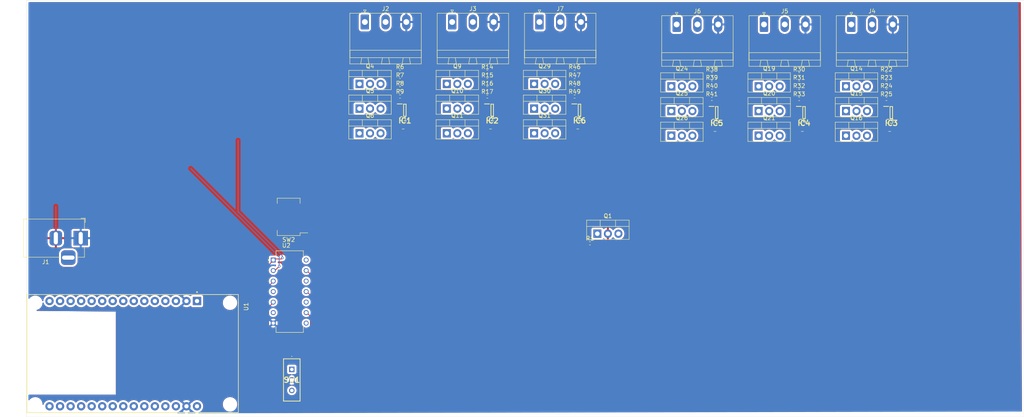
<source format=kicad_pcb>
(kicad_pcb (version 20240108) (generator "pcbnew") (generator_version "8.0")
  (layers (0 "F.Cu" signal) (31 "B.Cu" signal) (34 "B.Paste" user) (35 "F.Paste" user) (36 "B.SilkS" user "B.Silkscreen") (37 "F.SilkS" user "F.Silkscreen") (38 "B.Mask" user) (39 "F.Mask" user) (44 "Edge.Cuts" user))
  (net 0 "")
  (net 1 "GND")
  (net 2 "/6-light-outputs/Data1_OUT")
  (net 3 "/6-light-outputs/Output 1/VOUT")
  (net 4 "/6-light-outputs/Output 2/VOUT")
  (net 5 "/6-light-outputs/Data2_OUT")
  (net 6 "/6-light-outputs/Output 3/VOUT")
  (net 7 "/6-light-outputs/Data3_OUT")
  (net 8 "/6-light-outputs/Data4_OUT")
  (net 9 "/6-light-outputs/Output 4/VOUT")
  (net 10 "/6-light-outputs/Data5_OUT")
  (net 11 "/6-light-outputs/Output 5/VOUT")
  (net 12 "/6-light-outputs/Output 6/VOUT")
  (net 13 "/6-light-outputs/Data6_OUT")
  (net 14 "Net-(Q1-G)")
  (net 15 "VCC")
  (net 16 "/6-light-outputs/Signal_5")
  (net 17 "/6-light-outputs/Signal_6")
  (net 18 "/6-light-outputs/Signal_2")
  (net 19 "/6-light-outputs/Signal_1")
  (net 20 "/6-light-outputs/Signal_3")
  (net 21 "/6-light-outputs/Signal_4")
  (net 24 "/Data2")
  (net 28 "/Data4")
  (net 30 "/Data1")
  (net 37 "/Data5")
  (net 39 "/Data6")
  (net 48 "/Data3")
  (net 49 "/6-light-outputs/Signal_1_INV")
  (net 50 "/6-light-outputs/Signal_5_INV")
  (net 51 "/6-light-outputs/Signal_6_INV")
  (net 52 "/6-light-outputs/Signal_3_INV")
  (net 53 "/6-light-outputs/Signal_2_INV")
  (net 54 "/6-light-outputs/Signal_4_INV")
  (net 55 "VBUS")
  (net 57 "Net-(IC1-VCC)")
  (net 58 "Net-(IC1-A)")
  (net 59 "/6-light-outputs/Output 1/Data_OUT")
  (net 60 "/6-light-outputs/Output 2/Data_OUT")
  (net 61 "Net-(IC2-A)")
  (net 63 "Net-(IC2-VCC)")
  (net 65 "/6-light-outputs/Output 3/Data_OUT")
  (net 66 "Net-(IC3-A)")
  (net 67 "Net-(IC3-VCC)")
  (net 68 "Net-(IC4-A)")
  (net 69 "Net-(IC4-VCC)")
  (net 71 "/6-light-outputs/Output 4/Data_OUT")
  (net 72 "/6-light-outputs/Output 5/Data_OUT")
  (net 74 "Net-(IC5-VCC)")
  (net 75 "Net-(IC5-A)")
  (net 76 "/6-light-outputs/Output 6/Data_OUT")
  (net 77 "Net-(IC6-A)")
  (net 79 "Net-(IC6-VCC)")
  (net 80 "Net-(Q5-D)")
  (net 81 "Net-(Q6-D)")
  (net 82 "Net-(Q10-D)")
  (net 83 "Net-(Q11-D)")
  (net 84 "Net-(Q15-D)")
  (net 85 "Net-(Q16-D)")
  (net 86 "Net-(Q20-D)")
  (net 87 "Net-(Q21-D)")
  (net 88 "Net-(Q25-D)")
  (net 89 "Net-(Q26-D)")
  (net 90 "Net-(Q30-D)")
  (net 91 "Net-(Q31-D)")
  (net 92 "Net-(K1-PadA1)")
  (net 93 "Net-(K2-PadA1)")
  (net 94 "Net-(K3-PadA1)")
  (net 95 "Net-(K4-PadA1)")
  (net 96 "Net-(K5-PadA1)")
  (net 97 "Net-(K6-PadA1)")
  (footprint "Resistor_SMD:R_0402_1005Metric" (layer "F.Cu") (at 163.436 47.9515)
    (property "Reference" "R48" (at 0 -1.17 0) (layer "F.SilkS"))
    (property "Value" "10k")
    (pad "1" smd roundrect (at -0.51 0) (size 0.54 0.64) (layers "F.Cu" "F.Paste" "F.Mask") (net 13 "/6-light-outputs/Data6_OUT"))
    (pad "2" smd roundrect (at 0.51 0) (size 0.54 0.64) (layers "F.Cu" "F.Paste" "F.Mask") (net 90 "Net-(Q30-D)"))
  )
  (footprint "Resistor_SMD:R_0402_1005Metric" (layer "F.Cu") (at 217.57 50.5295)
    (property "Reference" "R33" (at 0 -1.17 0) (layer "F.SilkS"))
    (property "Value" "100")
    (pad "1" smd roundrect (at -0.51 0) (size 0.54 0.64) (layers "F.Cu" "F.Paste" "F.Mask") (net 95 "Net-(K4-PadA1)"))
    (pad "2" smd roundrect (at 0.51 0) (size 0.54 0.64) (layers "F.Cu" "F.Paste" "F.Mask") (net 87 "Net-(Q21-D)"))
  )
  (footprint "Package_TO_SOT_THT:TO-220-3_Vertical" (layer "F.Cu") (at 132.616 46.9015)
    (property "Reference" "Q9" (at 2.54 -4.27 0) (layer "F.SilkS"))
    (property "Value" "FQP27P06")
    (pad "1" thru_hole rect (at 0 0) (size 1.905 2) (drill 1.1) (layers "*.Cu" "*.Mask") (net 18 "/6-light-outputs/Signal_2"))
    (pad "2" thru_hole oval (at 2.54 0) (size 1.905 2) (drill 1.1) (layers "*.Cu" "*.Mask") (net 61 "Net-(IC2-A)"))
    (pad "3" thru_hole oval (at 5.08 0) (size 1.905 2) (drill 1.1) (layers "*.Cu" "*.Mask") (net 55 "VBUS"))
  )
  (footprint "Connector_Phoenix_MSTB:PhoenixContact_MSTBA_2,5_3-G_1x03_P5.00mm_Horizontal" (layer "F.Cu") (at 188.04 32.5445)
    (property "Reference" "J6" (at 5 -3.2 0) (layer "F.SilkS"))
    (property "Value" "Output 5")
    (pad "1" thru_hole roundrect (at 0 0) (size 2 3.6) (drill 1.4) (layers "*.Cu" "*.Mask") (roundrect_rratio 0.125) (net 11 "/6-light-outputs/Output 5/VOUT"))
    (pad "2" thru_hole oval (at 5 0) (size 2 3.6) (drill 1.4) (layers "*.Cu" "*.Mask") (net 72 "/6-light-outputs/Output 5/Data_OUT"))
    (pad "3" thru_hole oval (at 10 0) (size 2 3.6) (drill 1.4) (layers "*.Cu" "*.Mask") (net 1 "GND"))
  )
  (footprint "Resistor_SMD:R_0402_1005Metric" (layer "F.Cu") (at 196.52 50.5295)
    (property "Reference" "R41" (at 0 -1.17 0) (layer "F.SilkS"))
    (property "Value" "100")
    (pad "1" smd roundrect (at -0.51 0) (size 0.54 0.64) (layers "F.Cu" "F.Paste" "F.Mask") (net 96 "Net-(K5-PadA1)"))
    (pad "2" smd roundrect (at 0.51 0) (size 0.54 0.64) (layers "F.Cu" "F.Paste" "F.Mask") (net 89 "Net-(Q26-D)"))
  )
  (footprint "MyFootprintsLibrary:SS12SDP2" (layer "F.Cu") (at 95.25 115.824)
    (property "Reference" "SW1" (at 0 2.54 0) (layer "F.SilkS") (effects (font (size 1.27 1.27) (thickness 0.254))))
    (property "Value" "SW_SPDT" (hide yes))
    (pad "1" thru_hole rect (at 0 0) (size 1.3 1.3) (drill 0.8) (layers "*.Cu" "*.Mask"))
    (pad "2" thru_hole circle (at 0 2.54) (size 1.3 1.3) (drill 0.8) (layers "*.Cu" "*.Mask") (net 1 "GND"))
    (pad "3" thru_hole circle (at 0 5.08) (size 1.3 1.3) (drill 0.8) (layers "*.Cu" "*.Mask") (net 14 "Net-(Q1-G)"))
  )
  (footprint "Capacitor_SMD:C_0805_2012Metric" (layer "F.Cu") (at 239.39 57.6295)
    (property "Reference" "C3" (at 0 -1.68 0) (layer "F.SilkS"))
    (property "Value" "0.1µ")
    (pad "1" smd roundrect (at -0.95 0) (size 1 1.45) (layers "F.Cu" "F.Paste" "F.Mask") (net 67 "Net-(IC3-VCC)"))
    (pad "2" smd roundrect (at 0.95 0) (size 1 1.45) (layers "F.Cu" "F.Paste" "F.Mask") (net 15 "VCC"))
  )
  (footprint "Connector_Phoenix_MSTB:PhoenixContact_MSTBA_2,5_3-G_1x03_P5.00mm_Horizontal" (layer "F.Cu") (at 209.09 32.5445)
    (property "Reference" "J5" (at 5 -3.2 0) (layer "F.SilkS"))
    (property "Value" "Output 4")
    (pad "1" thru_hole roundrect (at 0 0) (size 2 3.6) (drill 1.4) (layers "*.Cu" "*.Mask") (roundrect_rratio 0.125) (net 9 "/6-light-outputs/Output 4/VOUT"))
    (pad "2" thru_hole oval (at 5 0) (size 2 3.6) (drill 1.4) (layers "*.Cu" "*.Mask") (net 71 "/6-light-outputs/Output 4/Data_OUT"))
    (pad "3" thru_hole oval (at 10 0) (size 2 3.6) (drill 1.4) (layers "*.Cu" "*.Mask") (net 1 "GND"))
  )
  (footprint "Package_TO_SOT_THT:TO-220-3_Vertical" (layer "F.Cu") (at 168.91 83.058)
    (property "Reference" "Q1" (at 2.54 -4.27 0) (layer "F.SilkS"))
    (property "Value" "FQP27P06")
    (pad "1" thru_hole rect (at 0 0) (size 1.905 2) (drill 1.1) (layers "*.Cu" "*.Mask") (net 14 "Net-(Q1-G)"))
    (pad "2" thru_hole oval (at 2.54 0) (size 1.905 2) (drill 1.1) (layers "*.Cu" "*.Mask") (net 15 "VCC"))
    (pad "3" thru_hole oval (at 5.08 0) (size 1.905 2) (drill 1.1) (layers "*.Cu" "*.Mask") (net 55 "VBUS"))
  )
  (footprint "MyFootprintsLibrary:SOT95P280X145-5N" (layer "F.Cu") (at 197.69 53.8245)
    (property "Reference" "IC5" (at 0 2.54 0) (layer "F.SilkS") (effects (font (size 1.27 1.27) (thickness 0.254))))
    (property "Value" "SN74LV1T34DBVR" (hide yes))
    (pad "1" smd rect (at -1.25 -0.95 90) (size 0.6 1.2) (layers "F.Cu" "F.Paste" "F.Mask"))
    (pad "2" smd rect (at -1.25 0 90) (size 0.6 1.2) (layers "F.Cu" "F.Paste" "F.Mask") (net 75 "Net-(IC5-A)"))
    (pad "3" smd rect (at -1.25 0.95 90) (size 0.6 1.2) (layers "F.Cu" "F.Paste" "F.Mask") (net 1 "GND"))
    (pad "4" smd rect (at 1.25 0.95 90) (size 0.6 1.2) (layers "F.Cu" "F.Paste" "F.Mask") (net 72 "/6-light-outputs/Output 5/Data_OUT"))
    (pad "5" smd rect (at 1.25 -0.95 90) (size 0.6 1.2) (layers "F.Cu" "F.Paste" "F.Mask") (net 74 "Net-(IC5-VCC)"))
  )
  (footprint "Resistor_SMD:R_0402_1005Metric" (layer "F.Cu") (at 163.436 43.9715)
    (property "Reference" "R46" (at 0 -1.17 0) (layer "F.SilkS"))
    (property "Value" "10k")
    (pad "1" smd roundrect (at -0.51 0) (size 0.54 0.64) (layers "F.Cu" "F.Paste" "F.Mask") (net 55 "VBUS"))
    (pad "2" smd roundrect (at 0.51 0) (size 0.54 0.64) (layers "F.Cu" "F.Paste" "F.Mask") (net 17 "/6-light-outputs/Signal_6"))
  )
  (footprint "MyFootprintsLibrary:SOT95P280X145-5N" (layer "F.Cu") (at 143.556 53.2365)
    (property "Reference" "IC2" (at 0 2.54 0) (layer "F.SilkS") (effects (font (size 1.27 1.27) (thickness 0.254))))
    (property "Value" "SN74LV1T34DBVR" (hide yes))
    (pad "1" smd rect (at -1.25 -0.95 90) (size 0.6 1.2) (layers "F.Cu" "F.Paste" "F.Mask"))
    (pad "2" smd rect (at -1.25 0 90) (size 0.6 1.2) (layers "F.Cu" "F.Paste" "F.Mask") (net 61 "Net-(IC2-A)"))
    (pad "3" smd rect (at -1.25 0.95 90) (size 0.6 1.2) (layers "F.Cu" "F.Paste" "F.Mask") (net 1 "GND"))
    (pad "4" smd rect (at 1.25 0.95 90) (size 0.6 1.2) (layers "F.Cu" "F.Paste" "F.Mask") (net 60 "/6-light-outputs/Output 2/Data_OUT"))
    (pad "5" smd rect (at 1.25 -0.95 90) (size 0.6 1.2) (layers "F.Cu" "F.Paste" "F.Mask") (net 63 "Net-(IC2-VCC)"))
  )
  (footprint "Resistor_SMD:R_0402_1005Metric" (layer "F.Cu") (at 142.386 43.9715)
    (property "Reference" "R14" (at 0 -1.17 0) (layer "F.SilkS"))
    (property "Value" "10k")
    (pad "1" smd roundrect (at -0.51 0) (size 0.54 0.64) (layers "F.Cu" "F.Paste" "F.Mask") (net 55 "VBUS"))
    (pad "2" smd roundrect (at 0.51 0) (size 0.54 0.64) (layers "F.Cu" "F.Paste" "F.Mask") (net 18 "/6-light-outputs/Signal_2"))
  )
  (footprint "MyFootprintsLibrary:SOT95P280X145-5N" (layer "F.Cu") (at 218.74 53.8245)
    (property "Reference" "IC4" (at 0 2.54 0) (layer "F.SilkS") (effects (font (size 1.27 1.27) (thickness 0.254))))
    (property "Value" "SN74LV1T34DBVR" (hide yes))
    (pad "1" smd rect (at -1.25 -0.95 90) (size 0.6 1.2) (layers "F.Cu" "F.Paste" "F.Mask"))
    (pad "2" smd rect (at -1.25 0 90) (size 0.6 1.2) (layers "F.Cu" "F.Paste" "F.Mask") (net 68 "Net-(IC4-A)"))
    (pad "3" smd rect (at -1.25 0.95 90) (size 0.6 1.2) (layers "F.Cu" "F.Paste" "F.Mask") (net 1 "GND"))
    (pad "4" smd rect (at 1.25 0.95 90) (size 0.6 1.2) (layers "F.Cu" "F.Paste" "F.Mask") (net 71 "/6-light-outputs/Output 4/Data_OUT"))
    (pad "5" smd rect (at 1.25 -0.95 90) (size 0.6 1.2) (layers "F.Cu" "F.Paste" "F.Mask") (net 69 "Net-(IC4-VCC)"))
  )
  (footprint "Resistor_SMD:R_0402_1005Metric" (layer "F.Cu") (at 163.436 49.9415)
    (property "Reference" "R49" (at 0 -1.17 0) (layer "F.SilkS"))
    (property "Value" "100")
    (pad "1" smd roundrect (at -0.51 0) (size 0.54 0.64) (layers "F.Cu" "F.Paste" "F.Mask") (net 97 "Net-(K6-PadA1)"))
    (pad "2" smd roundrect (at 0.51 0) (size 0.54 0.64) (layers "F.Cu" "F.Paste" "F.Mask") (net 91 "Net-(Q31-D)"))
  )
  (footprint "Package_TO_SOT_THT:TO-220-3_Vertical" (layer "F.Cu") (at 132.616 52.8615)
    (property "Reference" "Q10" (at 2.54 -4.27 0) (layer "F.SilkS"))
    (property "Value" "FQP27P06")
    (pad "1" thru_hole rect (at 0 0) (size 1.905 2) (drill 1.1) (layers "*.Cu" "*.Mask") (net 53 "/6-light-outputs/Signal_2_INV"))
    (pad "2" thru_hole oval (at 2.54 0) (size 1.905 2) (drill 1.1) (layers "*.Cu" "*.Mask") (net 82 "Net-(Q10-D)"))
    (pad "3" thru_hole oval (at 5.08 0) (size 1.905 2) (drill 1.1) (layers "*.Cu" "*.Mask") (net 55 "VBUS"))
  )
  (footprint "Resistor_SMD:R_0402_1005Metric" (layer "F.Cu") (at 142.386 45.9615)
    (property "Reference" "R15" (at 0 -1.17 0) (layer "F.SilkS"))
    (property "Value" "10k")
    (pad "1" smd roundrect (at -0.51 0) (size 0.54 0.64) (layers "F.Cu" "F.Paste" "F.Mask") (net 55 "VBUS"))
    (pad "2" smd roundrect (at 0.51 0) (size 0.54 0.64) (layers "F.Cu" "F.Paste" "F.Mask") (net 53 "/6-light-outputs/Signal_2_INV"))
  )
  (footprint "Package_TO_SOT_THT:TO-220-3_Vertical" (layer "F.Cu") (at 153.666 58.8215)
    (property "Reference" "Q31" (at 2.54 -4.27 0) (layer "F.SilkS"))
    (property "Value" "FQP27P06")
    (pad "1" thru_hole rect (at 0 0) (size 1.905 2) (drill 1.1) (layers "*.Cu" "*.Mask") (net 90 "Net-(Q30-D)"))
    (pad "2" thru_hole oval (at 2.54 0) (size 1.905 2) (drill 1.1) (layers "*.Cu" "*.Mask") (net 91 "Net-(Q31-D)"))
    (pad "3" thru_hole oval (at 5.08 0) (size 1.905 2) (drill 1.1) (layers "*.Cu" "*.Mask") (net 13 "/6-light-outputs/Data6_OUT"))
  )
  (footprint "Resistor_SMD:R_0402_1005Metric" (layer "F.Cu") (at 121.336 45.9615)
    (property "Reference" "R7" (at 0 -1.17 0) (layer "F.SilkS"))
    (property "Value" "10k")
    (pad "1" smd roundrect (at -0.51 0) (size 0.54 0.64) (layers "F.Cu" "F.Paste" "F.Mask") (net 55 "VBUS"))
    (pad "2" smd roundrect (at 0.51 0) (size 0.54 0.64) (layers "F.Cu" "F.Paste" "F.Mask") (net 49 "/6-light-outputs/Signal_1_INV"))
  )
  (footprint "Resistor_SMD:R_0402_1005Metric" (layer "F.Cu") (at 217.57 44.5595)
    (property "Reference" "R30" (at 0 -1.17 0) (layer "F.SilkS"))
    (property "Value" "10k")
    (pad "1" smd roundrect (at -0.51 0) (size 0.54 0.64) (layers "F.Cu" "F.Paste" "F.Mask") (net 55 "VBUS"))
    (pad "2" smd roundrect (at 0.51 0) (size 0.54 0.64) (layers "F.Cu" "F.Paste" "F.Mask") (net 21 "/6-light-outputs/Signal_4"))
  )
  (footprint "Package_TO_SOT_THT:TO-220-3_Vertical" (layer "F.Cu") (at 228.85 59.4095)
    (property "Reference" "Q16" (at 2.54 -4.27 0) (layer "F.SilkS"))
    (property "Value" "FQP27P06")
    (pad "1" thru_hole rect (at 0 0) (size 1.905 2) (drill 1.1) (layers "*.Cu" "*.Mask") (net 84 "Net-(Q15-D)"))
    (pad "2" thru_hole oval (at 2.54 0) (size 1.905 2) (drill 1.1) (layers "*.Cu" "*.Mask") (net 85 "Net-(Q16-D)"))
    (pad "3" thru_hole oval (at 5.08 0) (size 1.905 2) (drill 1.1) (layers "*.Cu" "*.Mask") (net 7 "/6-light-outputs/Data3_OUT"))
  )
  (footprint "Capacitor_SMD:C_0805_2012Metric" (layer "F.Cu") (at 197.29 57.6295)
    (property "Reference" "C5" (at 0 -1.68 0) (layer "F.SilkS"))
    (property "Value" "0.1µ")
    (pad "1" smd roundrect (at -0.95 0) (size 1 1.45) (layers "F.Cu" "F.Paste" "F.Mask") (net 74 "Net-(IC5-VCC)"))
    (pad "2" smd roundrect (at 0.95 0) (size 1 1.45) (layers "F.Cu" "F.Paste" "F.Mask") (net 15 "VCC"))
  )
  (footprint "Resistor_SMD:R_0402_1005Metric" (layer "F.Cu") (at 121.336 43.9715)
    (property "Reference" "R6" (at 0 -1.17 0) (layer "F.SilkS"))
    (property "Value" "10k")
    (pad "1" smd roundrect (at -0.51 0) (size 0.54 0.64) (layers "F.Cu" "F.Paste" "F.Mask") (net 55 "VBUS"))
    (pad "2" smd roundrect (at 0.51 0) (size 0.54 0.64) (layers "F.Cu" "F.Paste" "F.Mask") (net 19 "/6-light-outputs/Signal_1"))
  )
  (footprint "Resistor_SMD:R_0402_1005Metric" (layer "F.Cu") (at 238.62 48.5395)
    (property "Reference" "R24" (at 0 -1.17 0) (layer "F.SilkS"))
    (property "Value" "10k")
    (pad "1" smd roundrect (at -0.51 0) (size 0.54 0.64) (layers "F.Cu" "F.Paste" "F.Mask") (net 7 "/6-light-outputs/Data3_OUT"))
    (pad "2" smd roundrect (at 0.51 0) (size 0.54 0.64) (layers "F.Cu" "F.Paste" "F.Mask") (net 84 "Net-(Q15-D)"))
  )
  (footprint "Resistor_SMD:R_0402_1005Metric" (layer "F.Cu") (at 217.57 48.5395)
    (property "Reference" "R32" (at 0 -1.17 0) (layer "F.SilkS"))
    (property "Value" "10k")
    (pad "1" smd roundrect (at -0.51 0) (size 0.54 0.64) (layers "F.Cu" "F.Paste" "F.Mask") (net 8 "/6-light-outputs/Data4_OUT"))
    (pad "2" smd roundrect (at 0.51 0) (size 0.54 0.64) (layers "F.Cu" "F.Paste" "F.Mask") (net 86 "Net-(Q20-D)"))
  )
  (footprint "MyFootprintsLibrary:SOT95P280X145-5N" (layer "F.Cu") (at 164.606 53.2365)
    (property "Reference" "IC6" (at 0 2.54 0) (layer "F.SilkS") (effects (font (size 1.27 1.27) (thickness 0.254))))
    (property "Value" "SN74LV1T34DBVR" (hide yes))
    (pad "1" smd rect (at -1.25 -0.95 90) (size 0.6 1.2) (layers "F.Cu" "F.Paste" "F.Mask"))
    (pad "2" smd rect (at -1.25 0 90) (size 0.6 1.2) (layers "F.Cu" "F.Paste" "F.Mask") (net 77 "Net-(IC6-A)"))
    (pad "3" smd rect (at -1.25 0.95 90) (size 0.6 1.2) (layers "F.Cu" "F.Paste" "F.Mask") (net 1 "GND"))
    (pad "4" smd rect (at 1.25 0.95 90) (size 0.6 1.2) (layers "F.Cu" "F.Paste" "F.Mask") (net 76 "/6-light-outputs/Output 6/Data_OUT"))
    (pad "5" smd rect (at 1.25 -0.95 90) (size 0.6 1.2) (layers "F.Cu" "F.Paste" "F.Mask") (net 79 "Net-(IC6-VCC)"))
  )
  (footprint "Resistor_SMD:R_0402_1005Metric" (layer "F.Cu") (at 163.436 45.9615)
    (property "Reference" "R47" (at 0 -1.17 0) (layer "F.SilkS"))
    (property "Value" "10k")
    (pad "1" smd roundrect (at -0.51 0) (size 0.54 0.64) (layers "F.Cu" "F.Paste" "F.Mask") (net 55 "VBUS"))
    (pad "2" smd roundrect (at 0.51 0) (size 0.54 0.64) (layers "F.Cu" "F.Paste" "F.Mask") (net 51 "/6-light-outputs/Signal_6_INV"))
  )
  (footprint "Resistor_SMD:R_0402_1005Metric" (layer "F.Cu") (at 238.62 46.5495)
    (property "Reference" "R23" (at 0 -1.17 0) (layer "F.SilkS"))
    (property "Value" "10k")
    (pad "1" smd roundrect (at -0.51 0) (size 0.54 0.64) (layers "F.Cu" "F.Paste" "F.Mask") (net 55 "VBUS"))
    (pad "2" smd roundrect (at 0.51 0) (size 0.54 0.64) (layers "F.Cu" "F.Paste" "F.Mask") (net 52 "/6-light-outputs/Signal_3_INV"))
  )
  (footprint "Package_TO_SOT_THT:TO-220-3_Vertical" (layer "F.Cu") (at 111.566 52.8615)
    (property "Reference" "Q5" (at 2.54 -4.27 0) (layer "F.SilkS"))
    (property "Value" "FQP27P06")
    (pad "1" thru_hole rect (at 0 0) (size 1.905 2) (drill 1.1) (layers "*.Cu" "*.Mask") (net 49 "/6-light-outputs/Signal_1_INV"))
    (pad "2" thru_hole oval (at 2.54 0) (size 1.905 2) (drill 1.1) (layers "*.Cu" "*.Mask") (net 80 "Net-(Q5-D)"))
    (pad "3" thru_hole oval (at 5.08 0) (size 1.905 2) (drill 1.1) (layers "*.Cu" "*.Mask") (net 55 "VBUS"))
  )
  (footprint "MyFootprintsLibrary:MODULE_ESP32_DEVKIT_V1" (layer "F.Cu") (at 56.875 112.014 -90)
    (property "Reference" "U1" (at -11.355 -27.36 90) (layer "F.SilkS"))
    (property "Value" "ESP32-DEVKIT-V1")
    (pad "" np_thru_hole circle (at -12.28 -23.475 270) (size 3 3) (drill 3) (layers "*.Cu" "*.Mask"))
    (pad "" np_thru_hole circle (at -12.28 23.475 270) (size 3 3) (drill 3) (layers "*.Cu" "*.Mask"))
    (pad "" np_thru_hole circle (at 12.23 -23.475 270) (size 3 3) (drill 3) (layers "*.Cu" "*.Mask"))
    (pad "" np_thru_hole circle (at 12.23 23.475 270) (size 3 3) (drill 3) (layers "*.Cu" "*.Mask"))
    (pad "1" thru_hole rect (at -12.7 -15.515 270) (size 2 2) (drill 1.02) (layers "*.Cu" "*.Mask"))
    (pad "2" thru_hole circle (at -12.7 -12.975 270) (size 2 2) (drill 1.02) (layers "*.Cu" "*.Mask") (net 1 "GND"))
    (pad "3" thru_hole circle (at -12.7 -10.435 270) (size 2 2) (drill 1.02) (layers "*.Cu" "*.Mask"))
    (pad "4" thru_hole circle (at -12.7 -7.895 270) (size 2 2) (drill 1.02) (layers "*.Cu" "*.Mask") (net 30 "/Data1"))
    (pad "5" thru_hole circle (at -12.7 -5.355 270) (size 2 2) (drill 1.02) (layers "*.Cu" "*.Mask") (net 24 "/Data2"))
    (pad "6" thru_hole circle (at -12.7 -2.815 270) (size 2 2) (drill 1.02) (layers "*.Cu" "*.Mask"))
    (pad "7" thru_hole circle (at -12.7 -0.275 270) (size 2 2) (drill 1.02) (layers "*.Cu" "*.Mask"))
    (pad "8" thru_hole circle (at -12.7 2.265 270) (size 2 2) (drill 1.02) (layers "*.Cu" "*.Mask"))
    (pad "9" thru_hole circle (at -12.7 4.805 270) (size 2 2) (drill 1.02) (layers "*.Cu" "*.Mask"))
    (pad "10" thru_hole circle (at -12.7 7.345 270) (size 2 2) (drill 1.02) (layers "*.Cu" "*.Mask"))
    (pad "11" thru_hole circle (at -12.7 9.885 270) (size 2 2) (drill 1.02) (layers "*.Cu" "*.Mask"))
    (pad "12" thru_hole circle (at -12.7 12.425 270) (size 2 2) (drill 1.02) (layers "*.Cu" "*.Mask"))
    (pad "13" thru_hole circle (at -12.7 14.965 270) (size 2 2) (drill 1.02) (layers "*.Cu" "*.Mask"))
    (pad "14" thru_hole circle (at -12.7 17.505 270) (size 2 2) (drill 1.02) (layers "*.Cu" "*.Mask"))
    (pad "15" thru_hole circle (at -12.7 20.045 270) (size 2 2) (drill 1.02) (layers "*.Cu" "*.Mask"))
    (pad "16" thru_hole circle (at 12.7 20.045 270) (size 2 2) (drill 1.02) (layers "*.Cu" "*.Mask"))
    (pad "17" thru_hole circle (at 12.7 17.505 270) (size 2 2) (drill 1.02) (layers "*.Cu" "*.Mask") (net 55 "VBUS"))
    (pad "18" thru_hole circle (at 12.7 14.965 270) (size 2 2) (drill 1.02) (layers "*.Cu" "*.Mask"))
    (pad "19" thru_hole circle (at 12.7 12.425 270) (size 2 2) (drill 1.02) (layers "*.Cu" "*.Mask") (net 48 "/Data3"))
    (pad "20" thru_hole circle (at 12.7 9.885 270) (size 2 2) (drill 1.02) (layers "*.Cu" "*.Mask"))
    (pad "21" thru_hole circle (at 12.7 7.345 270) (size 2 2) (drill 1.02) (layers "*.Cu" "*.Mask") (net 28 "/Data4"))
    (pad "22" thru_hole circle (at 12.7 4.805 270) (size 2 2) (drill 1.02) (layers "*.Cu" "*.Mask") (net 37 "/Data5"))
    (pad "23" thru_hole circle (at 12.7 2.265 270) (size 2 2) (drill 1.02) (layers "*.Cu" "*.Mask") (net 39 "/Data6"))
    (pad "24" thru_hole circle (at 12.7 -0.275 270) (size 2 2) (drill 1.02) (layers "*.Cu" "*.Mask"))
    (pad "25" thru_hole circle (at 12.7 -2.815 270) (size 2 2) (drill 1.02) (layers "*.Cu" "*.Mask"))
    (pad "26" thru_hole circle (at 12.7 -5.355 270) (size 2 2) (drill 1.02) (layers "*.Cu" "*.Mask"))
    (pad "27" thru_hole circle (at 12.7 -7.895 270) (size 2 2) (drill 1.02) (layers "*.Cu" "*.Mask"))
    (pad "28" thru_hole circle (at 12.7 -10.435 270) (size 2 2) (drill 1.02) (layers "*.Cu" "*.Mask"))
    (pad "29" thru_hole circle (at 12.7 -12.975 270) (size 2 2) (drill 1.02) (layers "*.Cu" "*.Mask") (net 1 "GND"))
    (pad "30" thru_hole circle (at 12.7 -15.515 270) (size 2 2) (drill 1.02) (layers "*.Cu" "*.Mask"))
    (zone (net 0) (net_name "") (layer "F.Cu") (connect_pads (clearance 0)) (min_thickness 0.01)
      (keepout (tracks not_allowed) (vias not_allowed) (pads not_allowed) (copperpour not_allowed) (footprints allowed))
      (fill (thermal_gap 0.508) (thermal_bridge_width 0.508))
      (polygon (pts (xy 37.89 103.104) (xy 37.89 120.794) (xy 31.4 120.794) (xy 31.4 103.104)))
    )
    (zone (net 0) (net_name "") (layer "B.Cu") (connect_pads (clearance 0)) (min_thickness 0.01)
      (keepout (tracks not_allowed) (vias not_allowed) (pads not_allowed) (copperpour not_allowed) (footprints allowed))
      (fill (thermal_gap 0.508) (thermal_bridge_width 0.508))
      (polygon (pts (xy 37.89 103.104) (xy 37.89 120.794) (xy 31.4 120.794) (xy 31.4 103.104)))
    )
  )
  (footprint "Capacitor_SMD:C_0805_2012Metric" (layer "F.Cu") (at 218.34 57.6295)
    (property "Reference" "C4" (at 0 -1.68 0) (layer "F.SilkS"))
    (property "Value" "0.1µ")
    (pad "1" smd roundrect (at -0.95 0) (size 1 1.45) (layers "F.Cu" "F.Paste" "F.Mask") (net 69 "Net-(IC4-VCC)"))
    (pad "2" smd roundrect (at 0.95 0) (size 1 1.45) (layers "F.Cu" "F.Paste" "F.Mask") (net 15 "VCC"))
  )
  (footprint "Resistor_SMD:R_0402_1005Metric" (layer "F.Cu") (at 217.57 46.5495)
    (property "Reference" "R31" (at 0 -1.17 0) (layer "F.SilkS"))
    (property "Value" "10k")
    (pad "1" smd roundrect (at -0.51 0) (size 0.54 0.64) (layers "F.Cu" "F.Paste" "F.Mask") (net 55 "VBUS"))
    (pad "2" smd roundrect (at 0.51 0) (size 0.54 0.64) (layers "F.Cu" "F.Paste" "F.Mask") (net 54 "/6-light-outputs/Signal_4_INV"))
  )
  (footprint "Resistor_SMD:R_0402_1005Metric" (layer "F.Cu") (at 121.336 49.9415)
    (property "Reference" "R9" (at 0 -1.17 0) (layer "F.SilkS"))
    (property "Value" "100")
    (pad "1" smd roundrect (at -0.51 0) (size 0.54 0.64) (layers "F.Cu" "F.Paste" "F.Mask") (net 92 "Net-(K1-PadA1)"))
    (pad "2" smd roundrect (at 0.51 0) (size 0.54 0.64) (layers "F.Cu" "F.Paste" "F.Mask") (net 81 "Net-(Q6-D)"))
  )
  (footprint "Package_TO_SOT_THT:TO-220-3_Vertical" (layer "F.Cu") (at 207.8 53.4495)
    (property "Reference" "Q20" (at 2.54 -4.27 0) (layer "F.SilkS"))
    (property "Value" "FQP27P06")
    (pad "1" thru_hole rect (at 0 0) (size 1.905 2) (drill 1.1) (layers "*.Cu" "*.Mask") (net 54 "/6-light-outputs/Signal_4_INV"))
    (pad "2" thru_hole oval (at 2.54 0) (size 1.905 2) (drill 1.1) (layers "*.Cu" "*.Mask") (net 86 "Net-(Q20-D)"))
    (pad "3" thru_hole oval (at 5.08 0) (size 1.905 2) (drill 1.1) (layers "*.Cu" "*.Mask") (net 55 "VBUS"))
  )
  (footprint "MyFootprintsLibrary:SOT95P280X145-5N" (layer "F.Cu") (at 122.506 53.2365)
    (property "Reference" "IC1" (at 0 2.54 0) (layer "F.SilkS") (effects (font (size 1.27 1.27) (thickness 0.254))))
    (property "Value" "SN74LV1T34DBVR" (hide yes))
    (pad "1" smd rect (at -1.25 -0.95 90) (size 0.6 1.2) (layers "F.Cu" "F.Paste" "F.Mask"))
    (pad "2" smd rect (at -1.25 0 90) (size 0.6 1.2) (layers "F.Cu" "F.Paste" "F.Mask") (net 58 "Net-(IC1-A)"))
    (pad "3" smd rect (at -1.25 0.95 90) (size 0.6 1.2) (layers "F.Cu" "F.Paste" "F.Mask") (net 1 "GND"))
    (pad "4" smd rect (at 1.25 0.95 90) (size 0.6 1.2) (layers "F.Cu" "F.Paste" "F.Mask") (net 59 "/6-light-outputs/Output 1/Data_OUT"))
    (pad "5" smd rect (at 1.25 -0.95 90) (size 0.6 1.2) (layers "F.Cu" "F.Paste" "F.Mask") (net 57 "Net-(IC1-VCC)"))
  )
  (footprint "Connector_BarrelJack:BarrelJack_Horizontal" (layer "F.Cu") (at 44.354 84.1325)
    (property "Reference" "J1" (at -8.45 5.75 360) (layer "F.SilkS"))
    (property "Value" "Conn_01x02")
    (pad "1" thru_hole rect (at 0 0) (size 3.5 3.5) (drill oval 1 3) (layers "*.Cu" "*.Mask") (net 1 "GND"))
    (pad "2" thru_hole roundrect (at -6 0) (size 3 3.5) (drill oval 1 3) (layers "*.Cu" "*.Mask") (net 15 "VCC"))
    (pad "3" thru_hole roundrect (at -3 4.7) (size 3.5 3.5) (drill oval 3 1) (layers "*.Cu" "*.Mask"))
  )
  (footprint "Package_TO_SOT_THT:TO-220-3_Vertical" (layer "F.Cu") (at 186.75 53.4495)
    (property "Reference" "Q25" (at 2.54 -4.27 0) (layer "F.SilkS"))
    (property "Value" "FQP27P06")
    (pad "1" thru_hole rect (at 0 0) (size 1.905 2) (drill 1.1) (layers "*.Cu" "*.Mask") (net 50 "/6-light-outputs/Signal_5_INV"))
    (pad "2" thru_hole oval (at 2.54 0) (size 1.905 2) (drill 1.1) (layers "*.Cu" "*.Mask") (net 88 "Net-(Q25-D)"))
    (pad "3" thru_hole oval (at 5.08 0) (size 1.905 2) (drill 1.1) (layers "*.Cu" "*.Mask") (net 55 "VBUS"))
  )
  (footprint "MyFootprintsLibrary:SN7404N" (layer "F.Cu") (at 94.742 97.028)
    (property "Reference" "U2" (at -0.825 -11.135 0) (layer "F.SilkS"))
    (property "Value" "SN7404N")
    (pad "1" thru_hole rect (at -3.97 -7.62) (size 1.17 1.17) (drill 0.77) (layers "*.Cu" "*.Mask") (net 19 "/6-light-outputs/Signal_1"))
    (pad "2" thru_hole circle (at -3.97 -5.08) (size 1.17 1.17) (drill 0.77) (layers "*.Cu" "*.Mask") (net 49 "/6-light-outputs/Signal_1_INV"))
    (pad "3" thru_hole circle (at -3.97 -2.54) (size 1.17 1.17) (drill 0.77) (layers "*.Cu" "*.Mask") (net 18 "/6-light-outputs/Signal_2"))
    (pad "4" thru_hole circle (at -3.97 0) (size 1.17 1.17) (drill 0.77) (layers "*.Cu" "*.Mask") (net 53 "/6-light-outputs/Signal_2_INV"))
    (pad "5" thru_hole circle (at -3.97 2.54) (size 1.17 1.17) (drill 0.77) (layers "*.Cu" "*.Mask") (net 20 "/6-light-outputs/Signal_3"))
    (pad "6" thru_hole circle (at -3.97 5.08) (size 1.17 1.17) (drill 0.77) (layers "*.Cu" "*.Mask") (net 52 "/6-light-outputs/Signal_3_INV"))
    (pad "7" thru_hole circle (at -3.97 7.62) (size 1.17 1.17) (drill 0.77) (layers "*.Cu" "*.Mask") (net 1 "GND"))
    (pad "8" thru_hole circle (at 3.97 7.62) (size 1.17 1.17) (drill 0.77) (layers "*.Cu" "*.Mask") (net 54 "/6-light-outputs/Signal_4_INV"))
    (pad "9" thru_hole circle (at 3.97 5.08) (size 1.17 1.17) (drill 0.77) (layers "*.Cu" "*.Mask") (net 21 "/6-light-outputs/Signal_4"))
    (pad "10" thru_hole circle (at 3.97 2.54) (size 1.17 1.17) (drill 0.77) (layers "*.Cu" "*.Mask") (net 50 "/6-light-outputs/Signal_5_INV"))
    (pad "11" thru_hole circle (at 3.97 0) (size 1.17 1.17) (drill 0.77) (layers "*.Cu" "*.Mask") (net 16 "/6-light-outputs/Signal_5"))
    (pad "12" thru_hole circle (at 3.97 -2.54) (size 1.17 1.17) (drill 0.77) (layers "*.Cu" "*.Mask") (net 51 "/6-light-outputs/Signal_6_INV"))
    (pad "13" thru_hole circle (at 3.97 -5.08) (size 1.17 1.17) (drill 0.77) (layers "*.Cu" "*.Mask") (net 17 "/6-light-outputs/Signal_6"))
    (pad "14" thru_hole circle (at 3.97 -7.62) (size 1.17 1.17) (drill 0.77) (layers "*.Cu" "*.Mask") (net 55 "VBUS"))
  )
  (footprint "Package_TO_SOT_THT:TO-220-3_Vertical" (layer "F.Cu") (at 228.85 47.4895)
    (property "Reference" "Q14" (at 2.54 -4.27 0) (layer "F.SilkS"))
    (property "Value" "FQP27P06")
    (pad "1" thru_hole rect (at 0 0) (size 1.905 2) (drill 1.1) (layers "*.Cu" "*.Mask") (net 20 "/6-light-outputs/Signal_3"))
    (pad "2" thru_hole oval (at 2.54 0) (size 1.905 2) (drill 1.1) (layers "*.Cu" "*.Mask") (net 66 "Net-(IC3-A)"))
    (pad "3" thru_hole oval (at 5.08 0) (size 1.905 2) (drill 1.1) (layers "*.Cu" "*.Mask") (net 55 "VBUS"))
  )
  (footprint "Resistor_SMD:R_0402_1005Metric" (layer "F.Cu") (at 167.13 85.3765)
    (property "Reference" "R1" (at 0 -1.17 0) (layer "F.SilkS"))
    (property "Value" "10kΩ")
    (pad "1" smd roundrect (at -0.51 0) (size 0.54 0.64) (layers "F.Cu" "F.Paste" "F.Mask") (net 14 "Net-(Q1-G)"))
    (pad "2" smd roundrect (at 0.51 0) (size 0.54 0.64) (layers "F.Cu" "F.Paste" "F.Mask") (net 55 "VBUS"))
  )
  (footprint "Package_TO_SOT_THT:TO-220-3_Vertical" (layer "F.Cu") (at 186.75 47.4895)
    (property "Reference" "Q24" (at 2.54 -4.27 0) (layer "F.SilkS"))
    (property "Value" "FQP27P06")
    (pad "1" thru_hole rect (at 0 0) (size 1.905 2) (drill 1.1) (layers "*.Cu" "*.Mask") (net 16 "/6-light-outputs/Signal_5"))
    (pad "2" thru_hole oval (at 2.54 0) (size 1.905 2) (drill 1.1) (layers "*.Cu" "*.Mask") (net 75 "Net-(IC5-A)"))
    (pad "3" thru_hole oval (at 5.08 0) (size 1.905 2) (drill 1.1) (layers "*.Cu" "*.Mask") (net 55 "VBUS"))
  )
  (footprint "Resistor_SMD:R_0402_1005Metric" (layer "F.Cu") (at 142.386 49.9415)
    (property "Reference" "R17" (at 0 -1.17 0) (layer "F.SilkS"))
    (property "Value" "100")
    (pad "1" smd roundrect (at -0.51 0) (size 0.54 0.64) (layers "F.Cu" "F.Paste" "F.Mask") (net 93 "Net-(K2-PadA1)"))
    (pad "2" smd roundrect (at 0.51 0) (size 0.54 0.64) (layers "F.Cu" "F.Paste" "F.Mask") (net 83 "Net-(Q11-D)"))
  )
  (footprint "Package_TO_SOT_THT:TO-220-3_Vertical" (layer "F.Cu") (at 153.666 52.8615)
    (property "Reference" "Q30" (at 2.54 -4.27 0) (layer "F.SilkS"))
    (property "Value" "FQP27P06")
    (pad "1" thru_hole rect (at 0 0) (size 1.905 2) (drill 1.1) (layers "*.Cu" "*.Mask") (net 51 "/6-light-outputs/Signal_6_INV"))
    (pad "2" thru_hole oval (at 2.54 0) (size 1.905 2) (drill 1.1) (layers "*.Cu" "*.Mask") (net 90 "Net-(Q30-D)"))
    (pad "3" thru_hole oval (at 5.08 0) (size 1.905 2) (drill 1.1) (layers "*.Cu" "*.Mask") (net 55 "VBUS"))
  )
  (footprint "Resistor_SMD:R_0402_1005Metric" (layer "F.Cu") (at 121.336 47.9515)
    (property "Reference" "R8" (at 0 -1.17 0) (layer "F.SilkS"))
    (property "Value" "10k")
    (pad "1" smd roundrect (at -0.51 0) (size 0.54 0.64) (layers "F.Cu" "F.Paste" "F.Mask") (net 2 "/6-light-outputs/Data1_OUT"))
    (pad "2" smd roundrect (at 0.51 0) (size 0.54 0.64) (layers "F.Cu" "F.Paste" "F.Mask") (net 80 "Net-(Q5-D)"))
  )
  (footprint "Package_TO_SOT_THT:TO-220-3_Vertical" (layer "F.Cu") (at 186.75 59.4095)
    (property "Reference" "Q26" (at 2.54 -4.27 0) (layer "F.SilkS"))
    (property "Value" "FQP27P06")
    (pad "1" thru_hole rect (at 0 0) (size 1.905 2) (drill 1.1) (layers "*.Cu" "*.Mask") (net 88 "Net-(Q25-D)"))
    (pad "2" thru_hole oval (at 2.54 0) (size 1.905 2) (drill 1.1) (layers "*.Cu" "*.Mask") (net 89 "Net-(Q26-D)"))
    (pad "3" thru_hole oval (at 5.08 0) (size 1.905 2) (drill 1.1) (layers "*.Cu" "*.Mask") (net 10 "/6-light-outputs/Data5_OUT"))
  )
  (footprint "Connector_Phoenix_MSTB:PhoenixContact_MSTBA_2,5_3-G_1x03_P5.00mm_Horizontal" (layer "F.Cu") (at 133.906 31.9565)
    (property "Reference" "J3" (at 5 -3.2 0) (layer "F.SilkS"))
    (property "Value" "Output 2")
    (pad "1" thru_hole roundrect (at 0 0) (size 2 3.6) (drill 1.4) (layers "*.Cu" "*.Mask") (roundrect_rratio 0.125) (net 4 "/6-light-outputs/Output 2/VOUT"))
    (pad "2" thru_hole oval (at 5 0) (size 2 3.6) (drill 1.4) (layers "*.Cu" "*.Mask") (net 60 "/6-light-outputs/Output 2/Data_OUT"))
    (pad "3" thru_hole oval (at 10 0) (size 2 3.6) (drill 1.4) (layers "*.Cu" "*.Mask") (net 1 "GND"))
  )
  (footprint "Package_TO_SOT_THT:TO-220-3_Vertical" (layer "F.Cu") (at 153.666 46.9015)
    (property "Reference" "Q29" (at 2.54 -4.27 0) (layer "F.SilkS"))
    (property "Value" "FQP27P06")
    (pad "1" thru_hole rect (at 0 0) (size 1.905 2) (drill 1.1) (layers "*.Cu" "*.Mask") (net 17 "/6-light-outputs/Signal_6"))
    (pad "2" thru_hole oval (at 2.54 0) (size 1.905 2) (drill 1.1) (layers "*.Cu" "*.Mask") (net 77 "Net-(IC6-A)"))
    (pad "3" thru_hole oval (at 5.08 0) (size 1.905 2) (drill 1.1) (layers "*.Cu" "*.Mask") (net 55 "VBUS"))
  )
  (footprint "Package_TO_SOT_THT:TO-220-3_Vertical" (layer "F.Cu") (at 207.8 59.4095)
    (property "Reference" "Q21" (at 2.54 -4.27 0) (layer "F.SilkS"))
    (property "Value" "FQP27P06")
    (pad "1" thru_hole rect (at 0 0) (size 1.905 2) (drill 1.1) (layers "*.Cu" "*.Mask") (net 86 "Net-(Q20-D)"))
    (pad "2" thru_hole oval (at 2.54 0) (size 1.905 2) (drill 1.1) (layers "*.Cu" "*.Mask") (net 87 "Net-(Q21-D)"))
    (pad "3" thru_hole oval (at 5.08 0) (size 1.905 2) (drill 1.1) (layers "*.Cu" "*.Mask") (net 8 "/6-light-outputs/Data4_OUT"))
  )
  (footprint "Resistor_SMD:R_0402_1005Metric" (layer "F.Cu") (at 196.52 48.5395)
    (property "Reference" "R40" (at 0 -1.17 0) (layer "F.SilkS"))
    (property "Value" "10k")
    (pad "1" smd roundrect (at -0.51 0) (size 0.54 0.64) (layers "F.Cu" "F.Paste" "F.Mask") (net 10 "/6-light-outputs/Data5_OUT"))
    (pad "2" smd roundrect (at 0.51 0) (size 0.54 0.64) (layers "F.Cu" "F.Paste" "F.Mask") (net 88 "Net-(Q25-D)"))
  )
  (footprint "Connector_Phoenix_MSTB:PhoenixContact_MSTBA_2,5_3-G_1x03_P5.00mm_Horizontal" (layer "F.Cu") (at 112.856 31.9565)
    (property "Reference" "J2" (at 5 -3.2 0) (layer "F.SilkS"))
    (property "Value" "Output 1")
    (pad "1" thru_hole roundrect (at 0 0) (size 2 3.6) (drill 1.4) (layers "*.Cu" "*.Mask") (roundrect_rratio 0.125) (net 3 "/6-light-outputs/Output 1/VOUT"))
    (pad "2" thru_hole oval (at 5 0) (size 2 3.6) (drill 1.4) (layers "*.Cu" "*.Mask") (net 59 "/6-light-outputs/Output 1/Data_OUT"))
    (pad "3" thru_hole oval (at 10 0) (size 2 3.6) (drill 1.4) (layers "*.Cu" "*.Mask") (net 1 "GND"))
  )
  (footprint "Resistor_SMD:R_0402_1005Metric" (layer "F.Cu") (at 142.386 47.9515)
    (property "Reference" "R16" (at 0 -1.17 0) (layer "F.SilkS"))
    (property "Value" "10k")
    (pad "1" smd roundrect (at -0.51 0) (size 0.54 0.64) (layers "F.Cu" "F.Paste" "F.Mask") (net 5 "/6-light-outputs/Data2_OUT"))
    (pad "2" smd roundrect (at 0.51 0) (size 0.54 0.64) (layers "F.Cu" "F.Paste" "F.Mask") (net 82 "Net-(Q10-D)"))
  )
  (footprint "Package_TO_SOT_THT:TO-220-3_Vertical" (layer "F.Cu") (at 111.566 46.9015)
    (property "Reference" "Q4" (at 2.54 -4.27 0) (layer "F.SilkS"))
    (property "Value" "FQP27P06")
    (pad "1" thru_hole rect (at 0 0) (size 1.905 2) (drill 1.1) (layers "*.Cu" "*.Mask") (net 19 "/6-light-outputs/Signal_1"))
    (pad "2" thru_hole oval (at 2.54 0) (size 1.905 2) (drill 1.1) (layers "*.Cu" "*.Mask") (net 58 "Net-(IC1-A)"))
    (pad "3" thru_hole oval (at 5.08 0) (size 1.905 2) (drill 1.1) (layers "*.Cu" "*.Mask") (net 55 "VBUS"))
  )
  (footprint "Package_TO_SOT_THT:TO-220-3_Vertical" (layer "F.Cu") (at 132.616 58.8215)
    (property "Reference" "Q11" (at 2.54 -4.27 0) (layer "F.SilkS"))
    (property "Value" "FQP27P06")
    (pad "1" thru_hole rect (at 0 0) (size 1.905 2) (drill 1.1) (layers "*.Cu" "*.Mask") (net 82 "Net-(Q10-D)"))
    (pad "2" thru_hole oval (at 2.54 0) (size 1.905 2) (drill 1.1) (layers "*.Cu" "*.Mask") (net 83 "Net-(Q11-D)"))
    (pad "3" thru_hole oval (at 5.08 0) (size 1.905 2) (drill 1.1) (layers "*.Cu" "*.Mask") (net 5 "/6-light-outputs/Data2_OUT"))
  )
  (footprint "Package_TO_SOT_THT:TO-220-3_Vertical" (layer "F.Cu") (at 111.566 58.8215)
    (property "Reference" "Q6" (at 2.54 -4.27 0) (layer "F.SilkS"))
    (property "Value" "FQP27P06")
    (pad "1" thru_hole rect (at 0 0) (size 1.905 2) (drill 1.1) (layers "*.Cu" "*.Mask") (net 80 "Net-(Q5-D)"))
    (pad "2" thru_hole oval (at 2.54 0) (size 1.905 2) (drill 1.1) (layers "*.Cu" "*.Mask") (net 81 "Net-(Q6-D)"))
    (pad "3" thru_hole oval (at 5.08 0) (size 1.905 2) (drill 1.1) (layers "*.Cu" "*.Mask") (net 2 "/6-light-outputs/Data1_OUT"))
  )
  (footprint "Package_TO_SOT_THT:TO-220-3_Vertical" (layer "F.Cu") (at 207.8 47.4895)
    (property "Reference" "Q19" (at 2.54 -4.27 0) (layer "F.SilkS"))
    (property "Value" "FQP27P06")
    (pad "1" thru_hole rect (at 0 0) (size 1.905 2) (drill 1.1) (layers "*.Cu" "*.Mask") (net 21 "/6-light-outputs/Signal_4"))
    (pad "2" thru_hole oval (at 2.54 0) (size 1.905 2) (drill 1.1) (layers "*.Cu" "*.Mask") (net 68 "Net-(IC4-A)"))
    (pad "3" thru_hole oval (at 5.08 0) (size 1.905 2) (drill 1.1) (layers "*.Cu" "*.Mask") (net 55 "VBUS"))
  )
  (footprint "Connector_Phoenix_MSTB:PhoenixContact_MSTBA_2,5_3-G_1x03_P5.00mm_Horizontal" (layer "F.Cu") (at 154.956 31.9565)
    (property "Reference" "J7" (at 5 -3.2 0) (layer "F.SilkS"))
    (property "Value" "Output 6")
    (pad "1" thru_hole roundrect (at 0 0) (size 2 3.6) (drill 1.4) (layers "*.Cu" "*.Mask") (roundrect_rratio 0.125) (net 12 "/6-light-outputs/Output 6/VOUT"))
    (pad "2" thru_hole oval (at 5 0) (size 2 3.6) (drill 1.4) (layers "*.Cu" "*.Mask") (net 76 "/6-light-outputs/Output 6/Data_OUT"))
    (pad "3" thru_hole oval (at 10 0) (size 2 3.6) (drill 1.4) (layers "*.Cu" "*.Mask") (net 1 "GND"))
  )
  (footprint "MyFootprintsLibrary:SOT95P280X145-5N" (layer "F.Cu") (at 239.79 53.8245)
    (property "Reference" "IC3" (at 0 2.54 0) (layer "F.SilkS") (effects (font (size 1.27 1.27) (thickness 0.254))))
    (property "Value" "SN74LV1T34DBVR" (hide yes))
    (pad "1" smd rect (at -1.25 -0.95 90) (size 0.6 1.2) (layers "F.Cu" "F.Paste" "F.Mask"))
    (pad "2" smd rect (at -1.25 0 90) (size 0.6 1.2) (layers "F.Cu" "F.Paste" "F.Mask") (net 66 "Net-(IC3-A)"))
    (pad "3" smd rect (at -1.25 0.95 90) (size 0.6 1.2) (layers "F.Cu" "F.Paste" "F.Mask") (net 1 "GND"))
    (pad "4" smd rect (at 1.25 0.95 90) (size 0.6 1.2) (layers "F.Cu" "F.Paste" "F.Mask") (net 65 "/6-light-outputs/Output 3/Data_OUT"))
    (pad "5" smd rect (at 1.25 -0.95 90) (size 0.6 1.2) (layers "F.Cu" "F.Paste" "F.Mask") (net 67 "Net-(IC3-VCC)"))
  )
  (footprint "Resistor_SMD:R_0402_1005Metric" (layer "F.Cu") (at 196.52 46.5495)
    (property "Reference" "R39" (at 0 -1.17 0) (layer "F.SilkS"))
    (property "Value" "10k")
    (pad "1" smd roundrect (at -0.51 0) (size 0.54 0.64) (layers "F.Cu" "F.Paste" "F.Mask") (net 55 "VBUS"))
    (pad "2" smd roundrect (at 0.51 0) (size 0.54 0.64) (layers "F.Cu" "F.Paste" "F.Mask") (net 50 "/6-light-outputs/Signal_5_INV"))
  )
  (footprint "Connector_Phoenix_MSTB:PhoenixContact_MSTBA_2,5_3-G_1x03_P5.00mm_Horizontal" (layer "F.Cu") (at 230.14 32.5445)
    (property "Reference" "J4" (at 5 -3.2 0) (layer "F.SilkS"))
    (property "Value" "Output 3")
    (pad "1" thru_hole roundrect (at 0 0) (size 2 3.6) (drill 1.4) (layers "*.Cu" "*.Mask") (roundrect_rratio 0.125) (net 6 "/6-light-outputs/Output 3/VOUT"))
    (pad "2" thru_hole oval (at 5 0) (size 2 3.6) (drill 1.4) (layers "*.Cu" "*.Mask") (net 65 "/6-light-outputs/Output 3/Data_OUT"))
    (pad "3" thru_hole oval (at 10 0) (size 2 3.6) (drill 1.4) (layers "*.Cu" "*.Mask") (net 1 "GND"))
  )
  (footprint "Button_Switch_SMD:SW_DIP_SPSTx06_Slide_Copal_CHS-06B_W7.62mm_P1.27mm" (layer "F.Cu") (at 94.488 78.994 180)
    (property "Reference" "SW2" (at 0 -5.505 360) (layer "F.SilkS"))
    (property "Value" "SW_DIP_x06")
    (pad "1" smd rect (at -3.81 -3.175 180) (size 1.6 0.76) (layers "F.Cu" "F.Paste" "F.Mask") (net 55 "VBUS"))
    (pad "2" smd rect (at -3.81 -1.905 180) (size 1.6 0.76) (layers "F.Cu" "F.Paste" "F.Mask") (net 55 "VBUS"))
    (pad "3" smd rect (at -3.81 -0.635 180) (size 1.6 0.76) (layers "F.Cu" "F.Paste" "F.Mask") (net 55 "VBUS"))
    (pad "4" smd rect (at -3.81 0.635 180) (size 1.6 0.76) (layers "F.Cu" "F.Paste" "F.Mask") (net 55 "VBUS"))
    (pad "5" smd rect (at -3.81 1.905 180) (size 1.6 0.76) (layers "F.Cu" "F.Paste" "F.Mask") (net 55 "VBUS"))
    (pad "6" smd rect (at -3.81 3.175 180) (size 1.6 0.76) (layers "F.Cu" "F.Paste" "F.Mask") (net 55 "VBUS"))
    (pad "7" smd rect (at 3.81 3.175 180) (size 1.6 0.76) (layers "F.Cu" "F.Paste" "F.Mask") (net 17 "/6-light-outputs/Signal_6"))
    (pad "8" smd rect (at 3.81 1.905 180) (size 1.6 0.76) (layers "F.Cu" "F.Paste" "F.Mask") (net 16 "/6-light-outputs/Signal_5"))
    (pad "9" smd rect (at 3.81 0.635 180) (size 1.6 0.76) (layers "F.Cu" "F.Paste" "F.Mask") (net 21 "/6-light-outputs/Signal_4"))
    (pad "10" smd rect (at 3.81 -0.635 180) (size 1.6 0.76) (layers "F.Cu" "F.Paste" "F.Mask") (net 20 "/6-light-outputs/Signal_3"))
    (pad "11" smd rect (at 3.81 -1.905 180) (size 1.6 0.76) (layers "F.Cu" "F.Paste" "F.Mask") (net 18 "/6-light-outputs/Signal_2"))
    (pad "12" smd rect (at 3.81 -3.175 180) (size 1.6 0.76) (layers "F.Cu" "F.Paste" "F.Mask") (net 19 "/6-light-outputs/Signal_1"))
  )
  (footprint "Resistor_SMD:R_0402_1005Metric" (layer "F.Cu") (at 196.52 44.5595)
    (property "Reference" "R38" (at 0 -1.17 0) (layer "F.SilkS"))
    (property "Value" "10k")
    (pad "1" smd roundrect (at -0.51 0) (size 0.54 0.64) (layers "F.Cu" "F.Paste" "F.Mask") (net 55 "VBUS"))
    (pad "2" smd roundrect (at 0.51 0) (size 0.54 0.64) (layers "F.Cu" "F.Paste" "F.Mask") (net 16 "/6-light-outputs/Signal_5"))
  )
  (footprint "Package_TO_SOT_THT:TO-220-3_Vertical" (layer "F.Cu") (at 228.85 53.4495)
    (property "Reference" "Q15" (at 2.54 -4.27 0) (layer "F.SilkS"))
    (property "Value" "FQP27P06")
    (pad "1" thru_hole rect (at 0 0) (size 1.905 2) (drill 1.1) (layers "*.Cu" "*.Mask") (net 52 "/6-light-outputs/Signal_3_INV"))
    (pad "2" thru_hole oval (at 2.54 0) (size 1.905 2) (drill 1.1) (layers "*.Cu" "*.Mask") (net 84 "Net-(Q15-D)"))
    (pad "3" thru_hole oval (at 5.08 0) (size 1.905 2) (drill 1.1) (layers "*.Cu" "*.Mask") (net 55 "VBUS"))
  )
  (footprint "Capacitor_SMD:C_0805_2012Metric" (layer "F.Cu") (at 122.106 57.0415)
    (property "Reference" "C1" (at 0 -1.68 0) (layer "F.SilkS"))
    (property "Value" "0.1µ")
    (pad "1" smd roundrect (at -0.95 0) (size 1 1.45) (layers "F.Cu" "F.Paste" "F.Mask") (net 57 "Net-(IC1-VCC)"))
    (pad "2" smd roundrect (at 0.95 0) (size 1 1.45) (layers "F.Cu" "F.Paste" "F.Mask") (net 15 "VCC"))
  )
  (footprint "Resistor_SMD:R_0402_1005Metric" (layer "F.Cu") (at 238.62 44.5595)
    (property "Reference" "R22" (at 0 -1.17 0) (layer "F.SilkS"))
    (property "Value" "10k")
    (pad "1" smd roundrect (at -0.51 0) (size 0.54 0.64) (layers "F.Cu" "F.Paste" "F.Mask") (net 55 "VBUS"))
    (pad "2" smd roundrect (at 0.51 0) (size 0.54 0.64) (layers "F.Cu" "F.Paste" "F.Mask") (net 20 "/6-light-outputs/Signal_3"))
  )
  (footprint "Capacitor_SMD:C_0805_2012Metric" (layer "F.Cu") (at 164.206 57.0415)
    (property "Reference" "C6" (at 0 -1.68 0) (layer "F.SilkS"))
    (property "Value" "0.1µ")
    (pad "1" smd roundrect (at -0.95 0) (size 1 1.45) (layers "F.Cu" "F.Paste" "F.Mask") (net 79 "Net-(IC6-VCC)"))
    (pad "2" smd roundrect (at 0.95 0) (size 1 1.45) (layers "F.Cu" "F.Paste" "F.Mask") (net 15 "VCC"))
  )
  (footprint "Capacitor_SMD:C_0805_2012Metric" (layer "F.Cu") (at 143.156 57.0415)
    (property "Reference" "C2" (at 0 -1.68 0) (layer "F.SilkS"))
    (property "Value" "0.1µ")
    (pad "1" smd roundrect (at -0.95 0) (size 1 1.45) (layers "F.Cu" "F.Paste" "F.Mask") (net 63 "Net-(IC2-VCC)"))
    (pad "2" smd roundrect (at 0.95 0) (size 1 1.45) (layers "F.Cu" "F.Paste" "F.Mask") (net 15 "VCC"))
  )
  (footprint "Resistor_SMD:R_0402_1005Metric" (layer "F.Cu") (at 238.62 50.5295)
    (property "Reference" "R25" (at 0 -1.17 0) (layer "F.SilkS"))
    (property "Value" "100")
    (pad "1" smd roundrect (at -0.51 0) (size 0.54 0.64) (layers "F.Cu" "F.Paste" "F.Mask") (net 94 "Net-(K3-PadA1)"))
    (pad "2" smd roundrect (at 0.51 0) (size 0.54 0.64) (layers "F.Cu" "F.Paste" "F.Mask") (net 85 "Net-(Q16-D)"))
  )
  (gr_rect (start 31.242 26.67) (end 271.78 127.254) (stroke (width 0.05)) (fill none) (layer "Edge.Cuts"))
  (segment (start 38.354 84.1325) (end 38.354 76.454) (width 0.2) (layer "B.Cu") (net 15))
  (segment (start 100.33 98.519) (end 98.839 97.028) (width 0.2) (layer "F.Cu") (net 16))
  (segment (start 96.901 114.554) (end 96.901 109.658686) (width 0.2) (layer "F.Cu") (net 16))
  (segment (start 96.901 109.658686) (end 100.33 106.229686) (width 0.2) (layer "F.Cu") (net 16))
  (segment (start 100.33 106.229686) (end 100.33 98.519) (width 0.2) (layer "F.Cu") (net 16))
  (segment (start 98.298 114.427) (end 98.298 108.827372) (width 0.2) (layer "F.Cu") (net 17))
  (segment (start 100.73 106.395372) (end 100.73 93.839) (width 0.2) (layer "F.Cu") (net 17))
  (segment (start 98.298 108.827372) (end 100.73 106.395372) (width 0.2) (layer "F.Cu") (net 17))
  (segment (start 98.171 114.554) (end 98.298 114.427) (width 0.2) (layer "F.Cu") (net 17))
  (segment (start 100.73 93.839) (end 98.839 91.948) (width 0.2) (layer "F.Cu") (net 17))
  (segment (start 89.262 96.125) (end 90.899 94.488) (width 0.2) (layer "F.Cu") (net 18))
  (segment (start 89.262 106.845686) (end 89.262 96.125) (width 0.2) (layer "F.Cu") (net 18))
  (segment (start 93.091 110.674686) (end 89.262 106.845686) (width 0.2) (layer "F.Cu") (net 18))
  (segment (start 93.091 114.554) (end 93.091 110.674686) (width 0.2) (layer "F.Cu") (net 18))
  (segment (start 92.71 89.154) (end 91.153 89.154) (width 0.2) (layer "F.Cu") (net 19))
  (segment (start 88.862 107.011372) (end 91.821 109.970372) (width 0.2) (layer "F.Cu") (net 19))
  (segment (start 91.153 89.154) (end 90.899 89.408) (width 0.2) (layer "F.Cu") (net 19))
  (segment (start 90.899 89.408) (end 88.862 91.445) (width 0.2) (layer "F.Cu") (net 19))
  (segment (start 92.964 88.9) (end 92.71 89.154) (width 0.2) (layer "F.Cu") (net 19))
  (segment (start 91.821 109.970372) (end 91.821 114.554) (width 0.2) (layer "F.Cu") (net 19))
  (segment (start 88.862 91.445) (end 88.862 107.011372) (width 0.2) (layer "F.Cu") (net 19))
  (via (at 92.964 88.9) (size 0.6) (drill 0.3) (layers "F.Cu" "B.Cu") (net 19))
  (segment (start 92.964 88.392) (end 82.296 77.724) (width 0.2) (layer "B.Cu") (net 19))
  (segment (start 82.296 77.724) (end 82.296 60.509685) (width 0.2) (layer "B.Cu") (net 19))
  (segment (start 92.964 88.9) (end 92.964 88.392) (width 0.2) (layer "B.Cu") (net 19))
  (segment (start 89.662 106.68) (end 89.662 100.805) (width 0.2) (layer "F.Cu") (net 20))
  (segment (start 94.361 114.554) (end 94.361 111.379) (width 0.2) (layer "F.Cu") (net 20))
  (segment (start 89.662 100.805) (end 90.899 99.568) (width 0.2) (layer "F.Cu") (net 20))
  (segment (start 94.361 111.379) (end 89.662 106.68) (width 0.2) (layer "F.Cu") (net 20))
  (segment (start 95.631 114.554) (end 95.631 110.363) (width 0.2) (layer "F.Cu") (net 21))
  (segment (start 99.724 102.993) (end 98.839 102.108) (width 0.2) (layer "F.Cu") (net 21))
  (segment (start 99.724 106.27) (end 99.724 102.993) (width 0.2) (layer "F.Cu") (net 21))
  (segment (start 95.631 110.363) (end 99.724 106.27) (width 0.2) (layer "F.Cu") (net 21))
  (segment (start 91.186 91.948) (end 92.202 90.932) (width 0.2) (layer "F.Cu") (net 49))
  (segment (start 90.899 91.948) (end 91.186 91.948) (width 0.2) (layer "F.Cu") (net 49))
  (via (at 92.202 90.932) (size 0.6) (drill 0.3) (layers "F.Cu" "B.Cu") (net 49))
  (segment (start 92.202 90.932) (end 92.202 88.646) (width 0.2) (layer "B.Cu") (net 49))
  (segment (start 92.202 88.646) (end 70.866 67.31) (width 0.2) (layer "B.Cu") (net 49))
  (zone (net 15) (net_name "VCC") (layer "F.Cu") (connect_pads (clearance 0.5)) (min_thickness 0.25) (fill yes (thermal_gap 0.5) (thermal_bridge_width 0.5))
    (polygon (pts (xy 32.004 26.924) (xy 271.018 26.924) (xy 271.272 125.984) (xy 32.004 125.73)))
  )
  (zone (net 0) (net_name "") (layers "F&B.Cu") (connect_pads (clearance 0)) (min_thickness 0.25)
    (keepout (tracks not_allowed) (vias not_allowed) (pads not_allowed) (copperpour not_allowed) (footprints allowed))
    (fill (thermal_gap 0.5) (thermal_bridge_width 0.5))
    (polygon (pts (xy 24.892 101.6) (xy 52.832 101.854) (xy 52.832 121.92) (xy 25.654 121.92)))
  )
  (zone (net 1) (net_name "GND") (layer "B.Cu") (priority 1) (connect_pads (clearance 0.5)) (min_thickness 0.25) (fill yes (thermal_gap 0.5) (thermal_bridge_width 0.5))
    (polygon (pts (xy 31.75 26.924) (xy 270.51 26.924) (xy 271.272 125.984) (xy 32.258 126.492) (xy 31.75 126.492)))
  )
)
</source>
